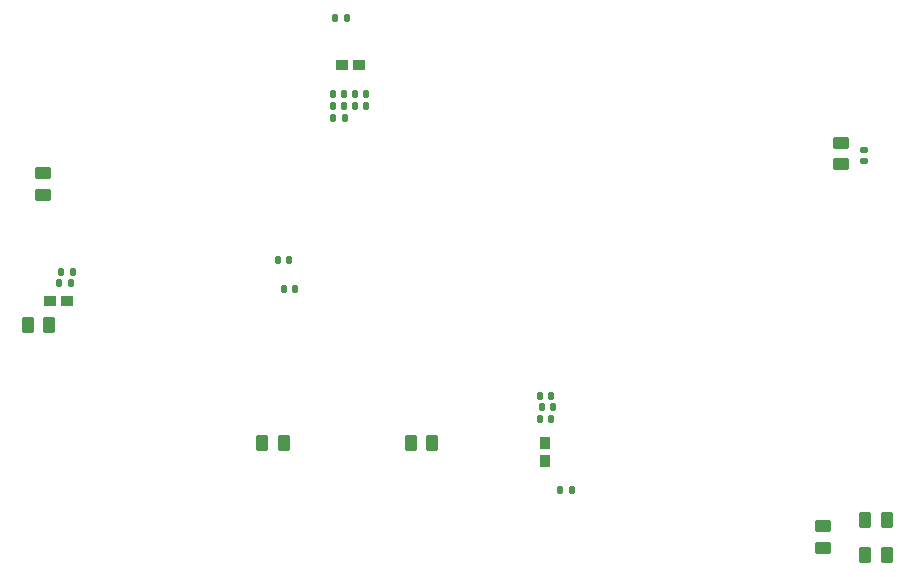
<source format=gbr>
%TF.GenerationSoftware,KiCad,Pcbnew,8.0.2*%
%TF.CreationDate,2025-01-31T23:59:09-08:00*%
%TF.ProjectId,design_revb_2chip,64657369-676e-45f7-9265-76625f326368,rev?*%
%TF.SameCoordinates,Original*%
%TF.FileFunction,Paste,Bot*%
%TF.FilePolarity,Positive*%
%FSLAX46Y46*%
G04 Gerber Fmt 4.6, Leading zero omitted, Abs format (unit mm)*
G04 Created by KiCad (PCBNEW 8.0.2) date 2025-01-31 23:59:09*
%MOMM*%
%LPD*%
G01*
G04 APERTURE LIST*
G04 Aperture macros list*
%AMRoundRect*
0 Rectangle with rounded corners*
0 $1 Rounding radius*
0 $2 $3 $4 $5 $6 $7 $8 $9 X,Y pos of 4 corners*
0 Add a 4 corners polygon primitive as box body*
4,1,4,$2,$3,$4,$5,$6,$7,$8,$9,$2,$3,0*
0 Add four circle primitives for the rounded corners*
1,1,$1+$1,$2,$3*
1,1,$1+$1,$4,$5*
1,1,$1+$1,$6,$7*
1,1,$1+$1,$8,$9*
0 Add four rect primitives between the rounded corners*
20,1,$1+$1,$2,$3,$4,$5,0*
20,1,$1+$1,$4,$5,$6,$7,0*
20,1,$1+$1,$6,$7,$8,$9,0*
20,1,$1+$1,$8,$9,$2,$3,0*%
G04 Aperture macros list end*
%ADD10RoundRect,0.140000X-0.140000X-0.170000X0.140000X-0.170000X0.140000X0.170000X-0.140000X0.170000X0*%
%ADD11RoundRect,0.140000X0.140000X0.170000X-0.140000X0.170000X-0.140000X-0.170000X0.140000X-0.170000X0*%
%ADD12R,1.000000X0.970000*%
%ADD13RoundRect,0.250000X-0.262500X-0.450000X0.262500X-0.450000X0.262500X0.450000X-0.262500X0.450000X0*%
%ADD14RoundRect,0.250000X-0.450000X0.262500X-0.450000X-0.262500X0.450000X-0.262500X0.450000X0.262500X0*%
%ADD15RoundRect,0.250000X0.450000X-0.262500X0.450000X0.262500X-0.450000X0.262500X-0.450000X-0.262500X0*%
%ADD16RoundRect,0.140000X0.170000X-0.140000X0.170000X0.140000X-0.170000X0.140000X-0.170000X-0.140000X0*%
%ADD17R,0.970000X1.000000*%
%ADD18RoundRect,0.250000X0.262500X0.450000X-0.262500X0.450000X-0.262500X-0.450000X0.262500X-0.450000X0*%
G04 APERTURE END LIST*
D10*
%TO.C,C45*%
X204040000Y-61500000D03*
X205000000Y-61500000D03*
%TD*%
D11*
%TO.C,C30*%
X205160000Y-53000000D03*
X204200000Y-53000000D03*
%TD*%
D10*
%TO.C,C32*%
X223245000Y-93000000D03*
X224205000Y-93000000D03*
%TD*%
D12*
%TO.C,FB1*%
X181500000Y-77000000D03*
X180030000Y-77000000D03*
%TD*%
%TO.C,FL2*%
X206235000Y-57000000D03*
X204765000Y-57000000D03*
%TD*%
D13*
%TO.C,R22*%
X249087500Y-95500000D03*
X250912500Y-95500000D03*
%TD*%
%TO.C,R1*%
X198000000Y-89000000D03*
X199825000Y-89000000D03*
%TD*%
D14*
%TO.C,R21*%
X245500000Y-96087500D03*
X245500000Y-97912500D03*
%TD*%
D15*
%TO.C,R7*%
X179500000Y-68000000D03*
X179500000Y-66175000D03*
%TD*%
D13*
%TO.C,R10*%
X178175000Y-79000000D03*
X180000000Y-79000000D03*
%TD*%
D10*
%TO.C,C35*%
X204020000Y-59500000D03*
X204980000Y-59500000D03*
%TD*%
D14*
%TO.C,R30*%
X247000000Y-63587500D03*
X247000000Y-65412500D03*
%TD*%
D16*
%TO.C,C50*%
X249000000Y-65135000D03*
X249000000Y-64175000D03*
%TD*%
D10*
%TO.C,C12*%
X199865000Y-76000000D03*
X200825000Y-76000000D03*
%TD*%
D11*
%TO.C,C11*%
X181800000Y-75500000D03*
X180840000Y-75500000D03*
%TD*%
D10*
%TO.C,C4*%
X199365000Y-73500000D03*
X200325000Y-73500000D03*
%TD*%
D17*
%TO.C,FL4*%
X222000000Y-90500000D03*
X222000000Y-89030000D03*
%TD*%
D10*
%TO.C,C40*%
X204020000Y-60500000D03*
X204980000Y-60500000D03*
%TD*%
D11*
%TO.C,C48*%
X222500000Y-85000000D03*
X221540000Y-85000000D03*
%TD*%
%TO.C,C43*%
X222660000Y-86000000D03*
X221700000Y-86000000D03*
%TD*%
D10*
%TO.C,C36*%
X205840000Y-59500000D03*
X206800000Y-59500000D03*
%TD*%
%TO.C,C44*%
X205840000Y-60500000D03*
X206800000Y-60500000D03*
%TD*%
D18*
%TO.C,R24*%
X250912500Y-98500000D03*
X249087500Y-98500000D03*
%TD*%
D11*
%TO.C,C9*%
X181960000Y-74500000D03*
X181000000Y-74500000D03*
%TD*%
D18*
%TO.C,R20*%
X212412500Y-89000000D03*
X210587500Y-89000000D03*
%TD*%
D11*
%TO.C,C39*%
X222480000Y-87000000D03*
X221520000Y-87000000D03*
%TD*%
M02*

</source>
